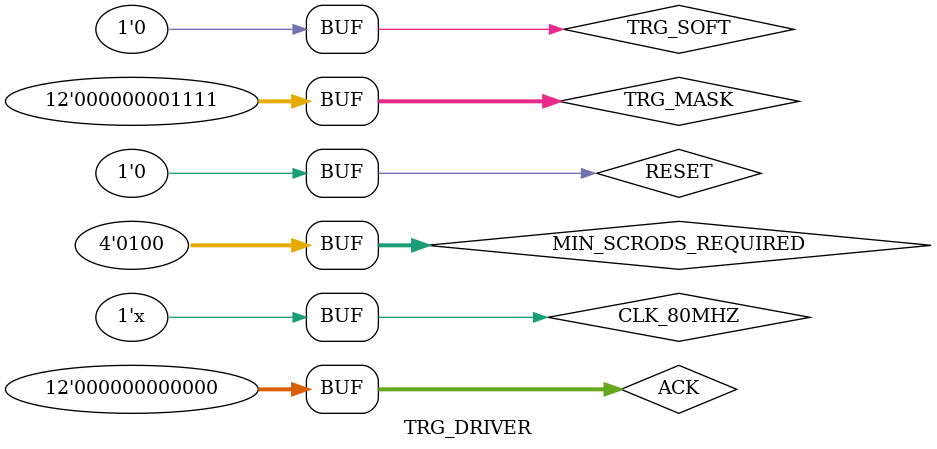
<source format=v>
`timescale 1ns / 1ps


module TRG_DRIVER;

	// Inputs
	reg [11:0] ACK;
	reg [11:0] TRG_MASK;
	reg [3:0] MIN_SCRODS_REQUIRED;
	reg CLK_80MHZ;
	reg RESET;
	reg TRG_SOFT;
	// Outputs
	wire [11:0] TRG;
	wire [31:0] TRG_STATISTICS;

	// Instantiate the Unit Under Test (UUT)
	TRIG uut (
		.TRG(TRG), 
		.ACK(ACK), 
		.TRG_MASK(TRG_MASK), 
		.MIN_SCRODS_REQUIRED(MIN_SCRODS_REQUIRED), 
		.TRG_STATISTICS(TRG_STATISTICS), 
		.CLK_80MHZ(CLK_80MHZ),
		.RESET(RESET),
		.TRG_SOFT
	);
	
	//clock
	always begin
		#1;
		CLK_80MHZ = ~CLK_80MHZ;
	end
	
	initial begin
		// Initialize Inputs
		ACK = 0;
		TRG_MASK = 'hF;
		MIN_SCRODS_REQUIRED = 'h4;
		CLK_80MHZ = 1;
		TRG_SOFT = 0;
		RESET = 0;
		#10;
		ACK = 'hF;
		#10;
		ACK = 'h8;
		#10;
		ACK = 'h1e;
		#10
		ACK = 0;
		#10
		TRG_SOFT = 1;
		#1
		TRG_SOFT = 0;
		
		
		
	end
      
endmodule


</source>
